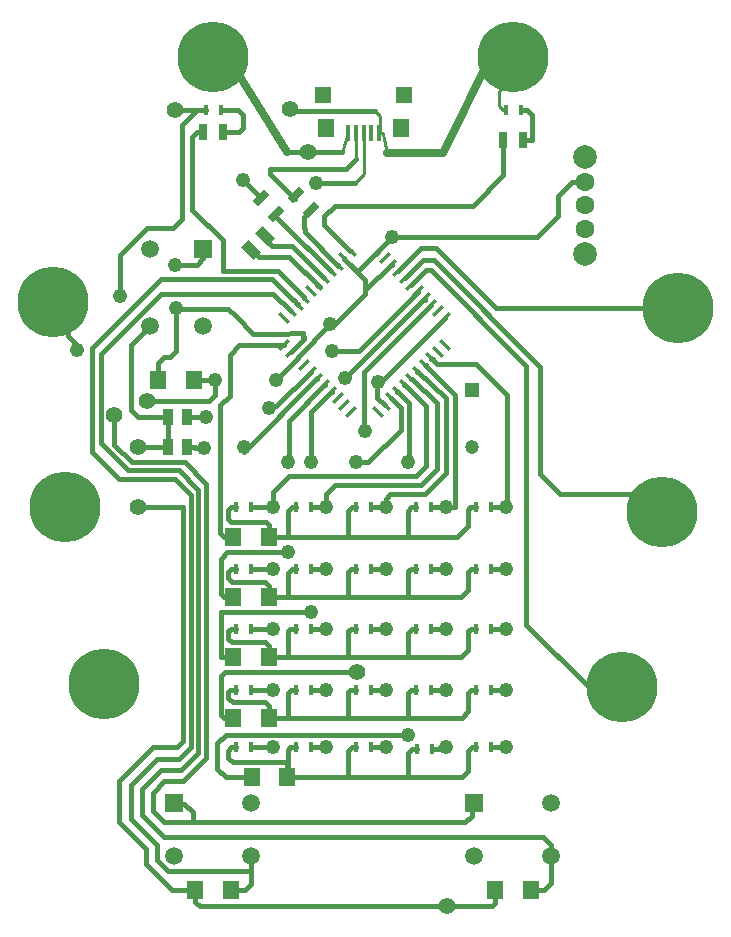
<source format=gbr>
%FSLAX23Y23*%
%MOIN*%
G04 EasyPC Gerber Version 17.0 Build 3379 *
%AMT119*0 Rectangle Pad at angle 45*21,1,0.01400,0.04600,0,0,45*%
%ADD119T119*%
%ADD121R,0.01752X0.03740*%
%ADD125R,0.01800X0.05500*%
%ADD131R,0.03000X0.05500*%
%ADD128R,0.03600X0.05700*%
%AMT122*0 Rectangle Pad at angle 45*21,1,0.03600,0.05700,0,0,45*%
%ADD122T122*%
%ADD130R,0.05500X0.05900*%
%ADD126R,0.05500X0.06300*%
%ADD127R,0.05700X0.05300*%
%ADD134R,0.04700X0.04700*%
%ADD123R,0.05900X0.05900*%
%ADD137C,0.01000*%
%ADD13C,0.01500*%
%ADD139C,0.02500*%
%ADD135C,0.04700*%
%ADD71C,0.04800*%
%ADD138C,0.05600*%
%ADD124C,0.05900*%
%ADD132C,0.06299*%
%ADD133C,0.07874*%
%AMT120*0 Rectangle Pad at angle 135*21,1,0.01400,0.04600,0,0,135*%
%ADD120T120*%
%AMT129*0 Rectangle Pad at angle 135*21,1,0.02600,0.05500,0,0,135*%
%ADD129T129*%
%ADD136C,0.23622*%
X0Y0D02*
D02*
D13*
X333Y2353D02*
Y2368D01*
X303Y2398*
Y2513*
X253*
X538Y2028D02*
X636D01*
X568Y2183D02*
X773D01*
X793Y2203*
Y2253*
X578Y2433D02*
X513Y2368D01*
Y2153*
X538Y2128*
X636*
X603Y2253D02*
Y2308D01*
X623Y2328*
X643*
X663Y2348*
Y2493*
X636Y2128D02*
Y2028D01*
X656Y842D02*
Y840D01*
X690*
X719Y812*
Y778*
X659Y3151D02*
X646D01*
X762Y3153*
X661Y2637D02*
X734D01*
X755Y2658*
Y2688*
X699Y2128D02*
X739D01*
Y2128*
X764*
X719Y778D02*
X625D01*
X588Y815*
Y877*
X625Y915*
X687*
X763Y991*
Y1907*
X692Y1978*
X518*
X458Y2037*
Y2135*
X722Y2253D02*
X793D01*
X728Y553D02*
X650D01*
X563Y640*
Y690*
X475Y778*
Y915*
X588Y1028*
X666*
X688Y1049*
Y1828*
X538*
X756Y2027D02*
X728D01*
Y2028*
X699*
X762Y3153D02*
X733D01*
X683Y3103*
Y2788*
X652Y2758*
X568*
X477Y2668*
Y2533*
X821Y3078D02*
X874D01*
X888Y3091*
Y3136*
X871Y3153*
X813*
X847Y553D02*
X892D01*
X913Y573*
Y665*
X862Y1028D02*
X848D01*
X838Y1017*
Y993*
X853Y978*
X1035*
Y928*
X862Y1218D02*
X843D01*
X838Y1212*
Y1192*
X852Y1178*
X961*
X972Y1166*
Y1127*
X862Y1423D02*
X846D01*
X838Y1414*
Y1389*
X849Y1378*
X961*
X972Y1366*
Y1328*
X862Y1623D02*
X848D01*
X838Y1612*
Y1591*
X851Y1578*
X960*
X972Y1565*
Y1528*
X862Y1828D02*
X847D01*
X838Y1818*
Y1788*
X848Y1778*
X962*
X972Y1768*
Y1728*
X886Y2920D02*
Y2919D01*
X946Y2859*
X946*
X913Y1028D02*
X988D01*
X913Y1423D02*
X988D01*
X913Y1623D02*
X988D01*
X913Y1828D02*
X987D01*
X988Y1218D02*
X913D01*
X997Y2253D02*
X1069Y2324D01*
X1069*
Y2324*
X1024Y2369D02*
Y2368D01*
X874*
X842Y2336*
Y2200*
X810Y2168*
Y1741*
X823Y1728*
X853*
X1038Y928D02*
X1035D01*
X1038Y1127D02*
X972D01*
X1038Y1328D02*
X972D01*
X1038Y1528D02*
X972D01*
X1038Y1678D02*
X835D01*
X813Y1655*
Y1540*
X825Y1528*
X853*
X1038Y1728D02*
X972D01*
X1046Y2346D02*
Y2347D01*
X1090Y2390*
Y2395*
X1088Y2396*
Y2409*
X996Y2407*
X920*
X863Y2465*
Y2465*
X838Y2490*
X663*
Y2493*
X1062Y1028D02*
X1045D01*
X1038Y1020*
Y928*
X1062Y1218D02*
X1047D01*
X1038Y1208*
Y1127*
X1062Y1423D02*
X1045D01*
X1038Y1415*
Y1328*
X1062Y1623D02*
X1051D01*
X1038Y1609*
Y1528*
X1062Y1828D02*
X1050D01*
X1038Y1815*
Y1728*
X1062Y2870D02*
X1060D01*
Y2855*
X977Y2939*
X976*
Y2955*
X1231*
X1264Y2988*
X1069Y2324D02*
Y2329D01*
X1178Y2438*
X1069Y2503D02*
Y2505D01*
X1068*
X1056Y2518*
X1053*
X983Y2588*
X613*
X383Y2358*
Y2012*
X473Y1922*
X661*
X713Y1870*
Y1030*
X673Y990*
X600*
X513Y903*
Y790*
X600Y703*
Y653*
X638Y615*
X913*
Y665*
X1091Y2525D02*
X1090D01*
Y2528*
X1003Y2615*
X819*
Y2719*
X718Y2820*
Y3061*
X734Y3078*
X754*
Y3078*
X1103Y3013D02*
X1032D01*
X1113Y1478D02*
X813D01*
Y1328*
X853*
X1113Y2280D02*
X1113D01*
Y2280*
X998Y2164*
X972*
Y2158*
X1113Y1218D02*
X1163D01*
X1113Y1423D02*
X1163D01*
X1113Y1623D02*
X1163D01*
X1113Y1828D02*
X1163D01*
X1135Y2257D02*
X1134D01*
Y2258*
X890Y2013*
Y2028*
X890*
X1135Y2570D02*
Y2568D01*
X1142Y2562*
X1144*
X1041Y2663*
X939*
X915Y2687*
Y2687*
X1158Y2235D02*
X1159D01*
Y2238*
X1039Y2117*
Y1978*
X1038*
X1158Y2592D02*
X1157D01*
X1050Y2699*
X983*
X960Y2723*
Y2732*
X1163Y1028D02*
X1113D01*
X1180Y2213D02*
X1182D01*
Y2214*
X1114Y2146*
Y1978*
X1113*
X1180Y2614D02*
Y2615D01*
X1025Y2769*
X1025*
X988Y2806*
Y2807*
X998*
X1202Y2637D02*
X1204D01*
Y2633*
X1093Y2744*
Y2757*
X1091Y2759*
Y2796*
X1113Y2818*
X1114*
X1217Y3013D02*
X1103D01*
X1225Y2659D02*
Y2657D01*
X1262Y2620*
X1275*
X1328Y2673*
X1330*
X1337Y2679*
Y2681*
X1225Y2659D02*
Y2655D01*
X1294Y2586*
Y2552*
X1238Y928D02*
X1038D01*
X1238Y1127D02*
X1038D01*
X1238Y1328D02*
X1038D01*
X1238Y1528D02*
X1038D01*
X1238Y1728D02*
X1038D01*
X1247Y2681D02*
X1244D01*
X1158Y2768*
Y2798*
X1192Y2833*
X1652*
X1754Y2934*
Y3053*
X1261Y2910D02*
X1129D01*
X1262Y1028D02*
X1249D01*
X1238Y1016*
Y928*
X1262Y1218D02*
X1244D01*
X1238Y1211*
Y1127*
X1262Y1423D02*
X1246D01*
X1238Y1414*
Y1328*
X1262Y1623D02*
X1248D01*
X1238Y1612*
Y1528*
X1262Y1828D02*
X1249D01*
X1238Y1816*
Y1728*
X1268Y1278D02*
X826D01*
X813Y1264*
Y1137*
X822Y1127*
X853*
X1293Y2082D02*
X1290D01*
Y2280*
X1500Y2489*
X1500*
X1514Y2503*
X1515*
X1294Y2552D02*
Y2539D01*
X1192Y2438*
X1178*
X1313Y1218D02*
X1363D01*
X1313Y1423D02*
X1363D01*
X1313Y1623D02*
X1363D01*
X1313Y1828D02*
X1363D01*
X1327Y3150D02*
X1045D01*
Y3154*
X1337Y2681D02*
X1385Y2729D01*
X1359Y2168D02*
X1359D01*
X1334Y2193*
Y2244*
X1338*
X1363Y1028D02*
X1313D01*
X1381Y2191D02*
X1380D01*
Y2191*
X1412Y2160*
Y2087*
X1303Y1978*
X1263*
X1381Y2637D02*
X1383D01*
Y2638*
X1294Y2552*
X1385Y2729D02*
X1867D01*
X1936Y2798*
Y2865*
X1983Y2913*
X2028*
X1403Y2213D02*
X1400D01*
Y2215*
X1439Y2176*
Y1978*
X1438*
X1403Y2614D02*
Y2615D01*
X1481Y2693*
X1529*
X1730Y2492*
X2338*
X1426Y2235D02*
X1423D01*
Y2238*
X1496Y2164*
Y1964*
X1464Y1933*
X1041*
X987Y1878*
Y1828*
X1438Y928D02*
X1238D01*
X1438Y1069D02*
X829D01*
X800Y1041*
Y957*
X830Y928*
X916*
X1438Y1127D02*
X1238D01*
X1438Y1328D02*
X1238D01*
X1438Y1528D02*
X1238D01*
X1438Y1728D02*
X1238D01*
X1448Y2257D02*
X1449D01*
Y2256*
X1532Y2174*
Y1954*
X1480Y1903*
X1193*
X1163Y1872*
Y1828*
X1448Y2570D02*
Y2570D01*
X1448*
X1498Y2618*
X1513*
X1831Y2299*
Y1436*
X2040Y1228*
X2150*
X1462Y1218D02*
X1447D01*
X1438Y1208*
Y1127*
X1462Y1423D02*
X1450D01*
X1438Y1410*
Y1328*
X1462Y1623D02*
X1446D01*
X1438Y1614*
Y1528*
X1462Y1828D02*
X1448D01*
X1438Y1817*
Y1728*
X1467Y1023D02*
X1450D01*
X1438Y1010*
Y928*
X1470Y2280D02*
X1468D01*
Y2281*
X1563Y2193*
Y1941*
X1494Y1873*
X1378*
X1363Y1857*
Y1828*
X1470Y2548D02*
Y2547D01*
X1273Y2350*
X1184*
X1493Y2302D02*
X1498D01*
Y2298*
X1593Y2203*
Y1828*
X1513*
X1493Y2525D02*
Y2518D01*
X1486*
X1227Y2259*
X1513Y1218D02*
X1563D01*
X1513Y1423D02*
X1563D01*
X1513Y1623D02*
X1563D01*
X1513Y1828D02*
X1563D01*
X1515Y2324D02*
Y2321D01*
X1520*
Y2318*
X1521*
X1534Y2305*
X1665*
X1767Y2203*
Y1828*
X1713*
X1559Y2459D02*
Y2459D01*
X1560*
X1349Y2248*
Y2244*
X1338*
X1563Y1028D02*
X1543D01*
Y1023*
X1518*
X1568Y498D02*
X744D01*
X728Y513*
Y553*
X1657Y842D02*
X1650D01*
Y800*
X1628Y778*
X719*
X1662Y1028D02*
X1651D01*
X1638Y1014*
Y949*
X1616Y928*
X1438*
X1662Y1218D02*
X1647D01*
X1638Y1208*
Y1148*
X1617Y1127*
X1438*
X1662Y1423D02*
X1646D01*
X1638Y1414*
Y1351*
X1614Y1328*
X1438*
X1662Y1623D02*
X1648D01*
X1638Y1612*
Y1553*
X1612Y1528*
X1438*
X1662Y1828D02*
X1645D01*
X1638Y1820*
Y1764*
X1601Y1728*
X1438*
X1713Y1218D02*
X1763D01*
X1713Y1423D02*
X1763D01*
X1713Y1623D02*
X1763D01*
X1713Y1828D02*
X1763D01*
X1728Y553D02*
Y508D01*
X1717Y498*
X1568*
X1763Y1028D02*
X1713D01*
X1813Y3153D02*
X1833D01*
X1851Y3135*
Y3053*
X1821*
X1847Y553D02*
X1890D01*
X1913Y575*
Y665*
Y703*
X1888Y728*
X625*
X550Y803*
Y890*
X613Y953*
X680*
X738Y1010*
Y1887*
X672Y1953*
X502*
X413Y2043*
Y2338*
X615Y2540*
X988*
X1046Y2481*
Y2481*
X2283Y1813D02*
Y1873D01*
X1943*
X1878Y1938*
Y2297*
X1523Y2652*
Y2653*
X1488*
X1428Y2593*
X1426*
Y2592*
D02*
D71*
X333Y2353D03*
X477Y2533D03*
X661Y2637D03*
X663Y2493D03*
X756Y2027D03*
X764Y2128D03*
X793Y2253D03*
X886Y2920D03*
X890Y2028D03*
X972Y2158D03*
X987Y1828D03*
X988Y1028D03*
Y1218D03*
Y1423D03*
Y1623D03*
X997Y2253D03*
X1038Y1678D03*
Y1978D03*
X1113Y1478D03*
Y1978D03*
X1129Y2910D03*
X1163Y1028D03*
Y1218D03*
Y1423D03*
Y1623D03*
Y1828D03*
X1178Y2438D03*
X1184Y2350D03*
X1227Y2259D03*
X1263Y1978D03*
X1293Y2082D03*
X1338Y2244D03*
X1363Y1028D03*
Y1218D03*
Y1423D03*
Y1623D03*
Y1828D03*
X1385Y2729D03*
X1438Y1069D03*
Y1978D03*
X1563Y1028D03*
Y1218D03*
Y1423D03*
Y1623D03*
Y1828D03*
X1763Y1028D03*
Y1218D03*
Y1423D03*
Y1623D03*
Y1828D03*
D02*
D119*
X1024Y2459D03*
X1046Y2481D03*
X1069Y2503D03*
X1091Y2525D03*
X1113Y2548D03*
X1135Y2570D03*
X1158Y2592D03*
X1180Y2614D03*
X1202Y2637D03*
X1225Y2659D03*
X1247Y2681D03*
X1337Y2146D03*
X1359Y2168D03*
X1381Y2191D03*
X1403Y2213D03*
X1426Y2235D03*
X1448Y2257D03*
X1470Y2280D03*
X1493Y2302D03*
X1515Y2324D03*
X1537Y2346D03*
X1559Y2369D03*
D02*
D120*
X1024D03*
X1046Y2346D03*
X1069Y2324D03*
X1091Y2302D03*
X1113Y2280D03*
X1135Y2257D03*
X1158Y2235D03*
X1180Y2213D03*
X1202Y2191D03*
X1225Y2168D03*
X1247Y2146D03*
X1337Y2681D03*
X1359Y2659D03*
X1381Y2637D03*
X1403Y2614D03*
X1426Y2592D03*
X1448Y2570D03*
X1470Y2548D03*
X1493Y2525D03*
X1515Y2503D03*
X1537Y2481D03*
X1559Y2459D03*
D02*
D121*
X762Y3153D03*
X813D03*
X862Y1028D03*
Y1218D03*
Y1423D03*
Y1623D03*
Y1828D03*
X913Y1028D03*
Y1218D03*
Y1423D03*
Y1623D03*
Y1828D03*
X1062Y1028D03*
Y1218D03*
Y1423D03*
Y1623D03*
Y1828D03*
X1113Y1028D03*
Y1218D03*
Y1423D03*
Y1623D03*
Y1828D03*
X1262Y1028D03*
Y1218D03*
Y1423D03*
Y1623D03*
Y1828D03*
X1313Y1028D03*
Y1218D03*
Y1423D03*
Y1623D03*
Y1828D03*
X1462Y1218D03*
Y1423D03*
Y1623D03*
Y1828D03*
X1467Y1023D03*
X1513Y1218D03*
Y1423D03*
Y1623D03*
Y1828D03*
X1518Y1023D03*
X1662Y1028D03*
Y1218D03*
Y1423D03*
Y1623D03*
Y1828D03*
X1713Y1028D03*
Y1218D03*
Y1423D03*
Y1623D03*
Y1828D03*
X1762Y3153D03*
X1813D03*
D02*
D122*
X915Y2687D03*
X960Y2732D03*
D02*
D123*
X656Y842D03*
X755Y2688D03*
X1657Y842D03*
D02*
D124*
X578Y2433D03*
Y2688D03*
X656Y665D03*
X755Y2433D03*
X913Y665D03*
Y842D03*
X1657Y665D03*
X1913D03*
Y842D03*
D02*
D125*
X1238Y3076D03*
X1264D03*
X1289D03*
X1315D03*
X1340D03*
D02*
D126*
X1163Y3091D03*
X1415D03*
D02*
D127*
X1154Y3203D03*
X1424D03*
D02*
D128*
X636Y2028D03*
Y2128D03*
X699Y2028D03*
Y2128D03*
D02*
D129*
X946Y2859D03*
X998Y2807D03*
X1062Y2870D03*
X1114Y2818D03*
D02*
D130*
X603Y2253D03*
X722D03*
X728Y553D03*
X847D03*
X853Y1127D03*
Y1328D03*
Y1528D03*
Y1728D03*
X916Y928D03*
X972Y1127D03*
Y1328D03*
Y1528D03*
Y1728D03*
X1035Y928D03*
X1728Y553D03*
X1847D03*
D02*
D131*
X754Y3078D03*
X821D03*
X1754Y3053D03*
X1821D03*
D02*
D132*
X2028Y2755D03*
Y2834D03*
Y2913D03*
D02*
D133*
Y2672D03*
Y2995D03*
D02*
D134*
X1649Y2220D03*
D02*
D135*
Y2028D03*
D02*
D136*
X253Y2513D03*
X293Y1828D03*
X425Y1240D03*
X788Y3328D03*
X1788D03*
X2150Y1228D03*
X2283Y1813D03*
X2338Y2492D03*
D02*
D137*
X1238Y3076D02*
X1217Y3013D01*
X1264Y2988D02*
Y3076D01*
X1289D02*
Y2939D01*
X1261Y2910*
X1340Y3076D02*
X1344D01*
Y3132*
X1327Y3150*
X1340Y3076D02*
X1352D01*
Y3071*
X1368Y3010*
X1762Y3153D02*
X1753D01*
X1741Y3165*
Y3216*
X1788Y3262*
Y3328*
D02*
D138*
X458Y2135D03*
X538Y1828D03*
Y2028D03*
X568Y2183D03*
X659Y3151D03*
X1045Y3154D03*
X1103Y3013D03*
X1268Y1278D03*
X1568Y498D03*
D02*
D139*
X1032Y3013D02*
X839Y3321D01*
X788*
Y3328*
X1368Y3010D02*
X1553D01*
X1713Y3332*
X1788*
Y3328*
X0Y0D02*
M02*

</source>
